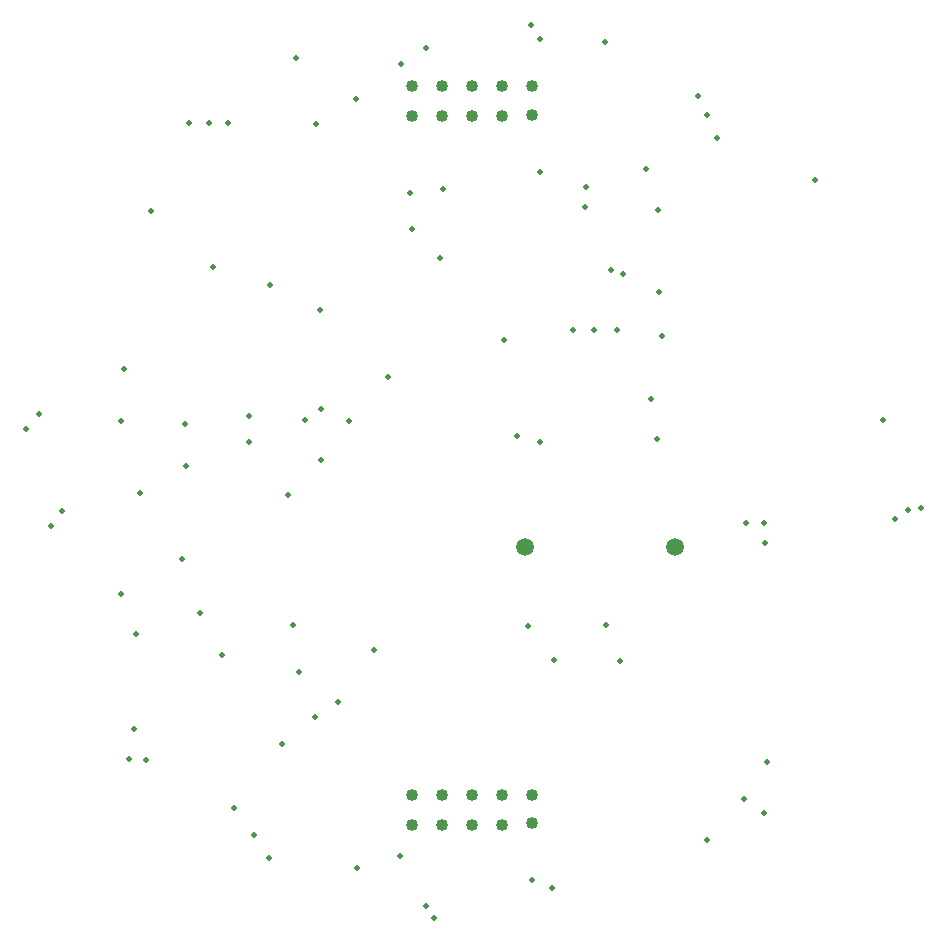
<source format=gbr>
%TF.GenerationSoftware,Altium Limited,Altium Designer,18.1.6 (161)*%
G04 Layer_Color=0*
%FSLAX25Y25*%
%MOIN*%
%TF.FileFunction,Plated,1,2,PTH,Drill*%
%TF.Part,Single*%
G01*
G75*
%TA.AperFunction,ComponentDrill*%
%ADD80C,0.04000*%
%ADD81C,0.05906*%
%TA.AperFunction,ViaDrill,NotFilled*%
%ADD82C,0.02000*%
D80*
X294961Y433071D02*
D03*
X304961D02*
D03*
X314961D02*
D03*
X324961D02*
D03*
X334961Y433571D02*
D03*
Y443071D02*
D03*
X324961D02*
D03*
X314961D02*
D03*
X304961D02*
D03*
X294961D02*
D03*
Y206850D02*
D03*
X304961D02*
D03*
X314961D02*
D03*
X324961D02*
D03*
X334961D02*
D03*
Y197350D02*
D03*
X324961Y196850D02*
D03*
X314961D02*
D03*
X304961D02*
D03*
X294961D02*
D03*
D81*
X332423Y289500D02*
D03*
X382423D02*
D03*
D82*
X174500Y296500D02*
D03*
X178000Y301500D02*
D03*
X166000Y329000D02*
D03*
X170500Y334000D02*
D03*
X242000Y193500D02*
D03*
X464500Y302500D02*
D03*
X337500Y459000D02*
D03*
X247000Y186000D02*
D03*
X390000Y439946D02*
D03*
X204000Y307500D02*
D03*
X224000Y267500D02*
D03*
X218000Y285500D02*
D03*
X253500Y307000D02*
D03*
X219500Y316500D02*
D03*
X219000Y330500D02*
D03*
X304000Y386000D02*
D03*
X305000Y409000D02*
D03*
X294961Y395500D02*
D03*
X294000Y407500D02*
D03*
X412500Y291000D02*
D03*
X406000Y297500D02*
D03*
X412000D02*
D03*
X364000Y251500D02*
D03*
X359500Y263500D02*
D03*
X342000Y252000D02*
D03*
X333500Y263154D02*
D03*
X325500Y358500D02*
D03*
X264384Y318500D02*
D03*
X273740Y331500D02*
D03*
X259240Y332000D02*
D03*
X337500Y324500D02*
D03*
X376500Y325500D02*
D03*
X374500Y339000D02*
D03*
X363000Y362000D02*
D03*
X355500D02*
D03*
X348500D02*
D03*
X231500Y253500D02*
D03*
X282000Y255153D02*
D03*
X255000Y263500D02*
D03*
X251500Y224000D02*
D03*
X286740Y346240D02*
D03*
X262846Y430653D02*
D03*
X290921Y186500D02*
D03*
X352500Y403000D02*
D03*
X270000Y238000D02*
D03*
X378000Y360000D02*
D03*
X377000Y374500D02*
D03*
X361000Y381834D02*
D03*
X365000Y380500D02*
D03*
X396500Y426006D02*
D03*
X359000Y457846D02*
D03*
X256000Y452500D02*
D03*
X276000Y439000D02*
D03*
X228500Y382846D02*
D03*
X247567Y376933D02*
D03*
X240500Y324500D02*
D03*
X240606Y333087D02*
D03*
X197852Y274000D02*
D03*
X202852Y260500D02*
D03*
X376961Y402000D02*
D03*
X372961Y415587D02*
D03*
X329961Y326500D02*
D03*
X197852Y331500D02*
D03*
X198852Y349000D02*
D03*
X264390Y335500D02*
D03*
X334472Y463500D02*
D03*
X291222Y450500D02*
D03*
X393000Y433446D02*
D03*
X257193Y248000D02*
D03*
X262500Y233000D02*
D03*
X264240Y368500D02*
D03*
X352961Y409500D02*
D03*
X337461Y414500D02*
D03*
X207704Y401500D02*
D03*
X334871Y178629D02*
D03*
X233500Y430847D02*
D03*
X227000Y431000D02*
D03*
X220500D02*
D03*
X276631Y182631D02*
D03*
X341500Y175696D02*
D03*
X455811Y299000D02*
D03*
X299500Y170000D02*
D03*
X393000Y192000D02*
D03*
X299500Y456000D02*
D03*
X460000Y302000D02*
D03*
X202000Y229000D02*
D03*
X205988Y218500D02*
D03*
X235500Y202500D02*
D03*
X451963Y331963D02*
D03*
X413000Y218000D02*
D03*
X405500Y205500D02*
D03*
X429000Y412000D02*
D03*
X412000Y201000D02*
D03*
X302000Y166000D02*
D03*
X200500Y219000D02*
D03*
%TF.MD5,3df7096fc5e9999186ae9140ae39b0c7*%
M02*

</source>
